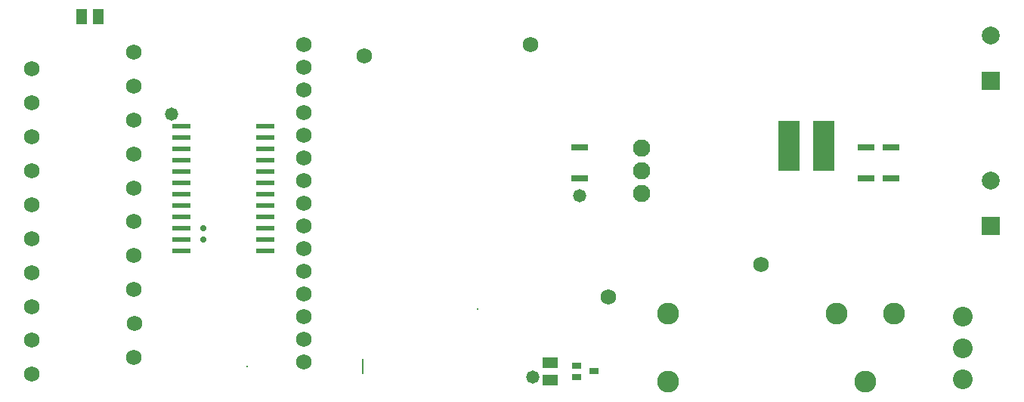
<source format=gts>
G04*
G04 #@! TF.GenerationSoftware,Altium Limited,Altium Designer,21.7.2 (23)*
G04*
G04 Layer_Color=8388736*
%FSLAX25Y25*%
%MOIN*%
G70*
G04*
G04 #@! TF.SameCoordinates,A3CC0EF7-59E5-4A17-9AAF-691C48D25572*
G04*
G04*
G04 #@! TF.FilePolarity,Negative*
G04*
G01*
G75*
%ADD15R,0.07505X0.02977*%
%ADD20R,0.07874X0.02362*%
%ADD21R,0.09265X0.22453*%
%ADD22R,0.04737X0.06509*%
%ADD23R,0.04147X0.02769*%
%ADD24R,0.06509X0.04737*%
%ADD25C,0.07690*%
%ADD26C,0.06800*%
%ADD27R,0.07887X0.07887*%
%ADD28C,0.07887*%
%ADD29C,0.08674*%
%ADD30C,0.00800*%
%ADD31O,0.00800X0.06800*%
%ADD32C,0.09658*%
%ADD33C,0.05800*%
%ADD34C,0.02800*%
D15*
X387500Y102209D02*
D03*
Y115791D02*
D03*
X376500Y102209D02*
D03*
Y115791D02*
D03*
X250000Y102209D02*
D03*
Y115791D02*
D03*
D20*
X111504Y125000D02*
D03*
Y120000D02*
D03*
Y115000D02*
D03*
Y110000D02*
D03*
Y105000D02*
D03*
Y100000D02*
D03*
Y95000D02*
D03*
Y90000D02*
D03*
Y85000D02*
D03*
Y80000D02*
D03*
Y75000D02*
D03*
Y70000D02*
D03*
X74496D02*
D03*
Y75000D02*
D03*
Y80000D02*
D03*
Y85000D02*
D03*
Y90000D02*
D03*
Y95000D02*
D03*
Y100000D02*
D03*
Y105000D02*
D03*
Y110000D02*
D03*
Y115000D02*
D03*
Y120000D02*
D03*
Y125000D02*
D03*
D21*
X357579Y116500D02*
D03*
X342421D02*
D03*
D22*
X30260Y173500D02*
D03*
X37740D02*
D03*
D23*
X256339Y17000D02*
D03*
X248661Y14441D02*
D03*
Y19559D02*
D03*
D24*
X237000Y20740D02*
D03*
Y13260D02*
D03*
D25*
X277500Y95500D02*
D03*
Y105500D02*
D03*
Y115500D02*
D03*
D26*
X228500Y161000D02*
D03*
X155000Y156000D02*
D03*
X330000Y64000D02*
D03*
X128500Y161000D02*
D03*
Y151000D02*
D03*
Y141000D02*
D03*
Y21000D02*
D03*
Y31000D02*
D03*
Y41000D02*
D03*
Y51000D02*
D03*
Y61000D02*
D03*
Y71000D02*
D03*
Y81000D02*
D03*
Y91000D02*
D03*
Y101000D02*
D03*
Y111000D02*
D03*
Y121000D02*
D03*
Y131000D02*
D03*
X8500Y15657D02*
D03*
Y30618D02*
D03*
Y45579D02*
D03*
Y60539D02*
D03*
Y75500D02*
D03*
Y90461D02*
D03*
Y105421D02*
D03*
Y120382D02*
D03*
Y135343D02*
D03*
X53382Y23138D02*
D03*
X53594Y38098D02*
D03*
X53382Y53059D02*
D03*
Y68020D02*
D03*
Y82980D02*
D03*
Y97941D02*
D03*
Y112902D02*
D03*
Y127862D02*
D03*
X8500Y150303D02*
D03*
X53382Y142823D02*
D03*
Y157783D02*
D03*
X262588Y49637D02*
D03*
D27*
X431500Y145000D02*
D03*
Y81000D02*
D03*
D28*
Y165000D02*
D03*
Y101000D02*
D03*
D29*
X419000Y13441D02*
D03*
Y27220D02*
D03*
Y41000D02*
D03*
D30*
X103319Y19134D02*
D03*
X205025Y44408D02*
D03*
D31*
X154500Y19134D02*
D03*
D32*
X289090Y42500D02*
D03*
X363500D02*
D03*
X388697D02*
D03*
X376098Y12500D02*
D03*
X289090D02*
D03*
D33*
X250000Y94500D02*
D03*
X70000Y130500D02*
D03*
X229500Y14500D02*
D03*
D34*
X84000Y75000D02*
D03*
Y80000D02*
D03*
M02*

</source>
